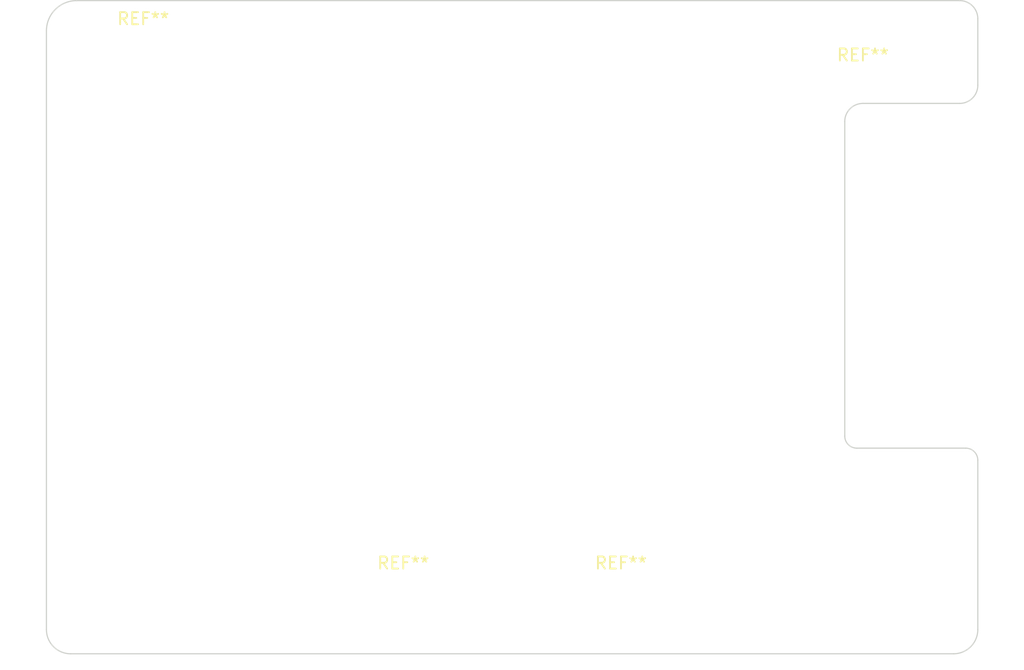
<source format=kicad_pcb>
(kicad_pcb (version 20211014) (generator pcbnew)
  (layers (0 "F.Cu" signal) (31 "B.Cu" signal) (34 "B.Paste" user) (35 "F.Paste" user) (36 "B.SilkS" user "B.Silkscreen") (37 "F.SilkS" user "F.Silkscreen") (38 "B.Mask" user) (39 "F.Mask" user) (44 "Edge.Cuts" user))
  (net 0 "")
  (footprint "MountingHole:MountingHole_3mm" (layer "F.Cu") (at 172.5 60.5)
    (fp_text reference "REF**" (at -6 1) (layer "F.SilkS"))
    (fp_text value "MountingHole_3mm")
    (pad "" np_thru_hole circle (at 0 0) (size 3 3) (drill 3) (layers F&B.Cu *.Mask))
  )
  (footprint "MountingHole:MountingHole_3mm" (layer "F.Cu") (at 102.5 60.5)
    (fp_text reference "REF**" (at 4.5 -2) (layer "F.SilkS"))
    (fp_text value "MountingHole_3mm")
    (pad "" np_thru_hole circle (at 0 0) (size 3 3) (drill 3) (layers F&B.Cu *.Mask))
  )
  (footprint "MountingHole:MountingHole_3mm" (layer "F.Cu") (at 146.5 107.5)
    (fp_text reference "REF**" (at 0 -4) (layer "F.SilkS"))
    (fp_text value "MountingHole_3mm")
    (pad "" np_thru_hole circle (at 0 0) (size 3 3) (drill 3) (layers F&B.Cu *.Mask))
  )
  (footprint "MountingHole:MountingHole_3mm" (layer "F.Cu") (at 128.5 107.5)
    (fp_text reference "REF**" (at 0 -4) (layer "F.SilkS"))
    (fp_text value "MountingHole_3mm")
    (pad "" np_thru_hole circle (at 0 0) (size 3 3) (drill 3) (layers *.Cu *.Mask))
  )
  (gr_line (start 101.5 57) (end 174.5 57) (layer "Edge.Cuts") (width 0.1))
  (gr_arc (start 174.5 57) (mid 175.56066 57.43934) (end 176 58.5) (layer "Edge.Cuts") (width 0.1))
  (gr_line (start 176 109) (end 176 95) (layer "Edge.Cuts") (width 0.1))
  (gr_arc (start 176 64) (mid 175.56066 65.06066) (end 174.5 65.5) (layer "Edge.Cuts") (width 0.1))
  (gr_line (start 101 111) (end 174 111) (layer "Edge.Cuts") (width 0.1))
  (gr_line (start 166.5 65.5) (end 174.5 65.5) (layer "Edge.Cuts") (width 0.1))
  (gr_arc (start 165 67) (mid 165.43934 65.93934) (end 166.5 65.5) (layer "Edge.Cuts") (width 0.1))
  (gr_arc (start 176 109) (mid 175.414214 110.414214) (end 174 111) (layer "Edge.Cuts") (width 0.1))
  (gr_line (start 176 58.5) (end 176 64) (layer "Edge.Cuts") (width 0.1))
  (gr_line (start 175 94) (end 166 94) (layer "Edge.Cuts") (width 0.1))
  (gr_arc (start 101 111) (mid 99.585786 110.414214) (end 99 109) (layer "Edge.Cuts") (width 0.1))
  (gr_arc (start 166 94) (mid 165.292893 93.707107) (end 165 93) (layer "Edge.Cuts") (width 0.1))
  (gr_line (start 165 93) (end 165 67) (layer "Edge.Cuts") (width 0.1))
  (gr_arc (start 99 59.5) (mid 99.732233 57.732233) (end 101.5 57) (layer "Edge.Cuts") (width 0.1))
  (gr_line (start 99 59.5) (end 99 109) (layer "Edge.Cuts") (width 0.1))
  (gr_arc (start 175 94) (mid 175.707107 94.292893) (end 176 95) (layer "Edge.Cuts") (width 0.1))
)
</source>
